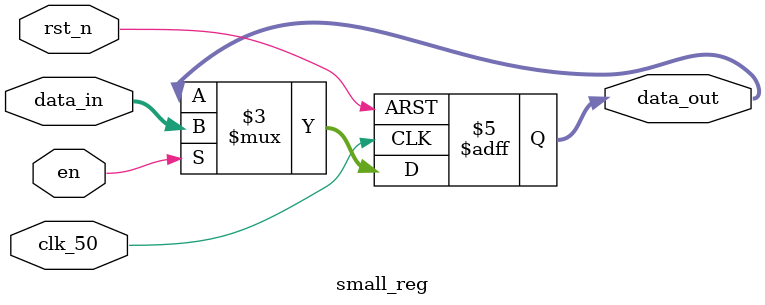
<source format=v>



module small_reg#(parameter number_bits=22)
(
input [2*number_bits-1:0] data_in,
input clk_50,
input rst_n,
input en,
output reg [2*number_bits-1:0] data_out
);
always @ (posedge clk_50 or negedge rst_n)
    begin
        if (!rst_n)
        data_out <= 0;
        else if (en)
        data_out<= data_in;
    end 
endmodule

</source>
